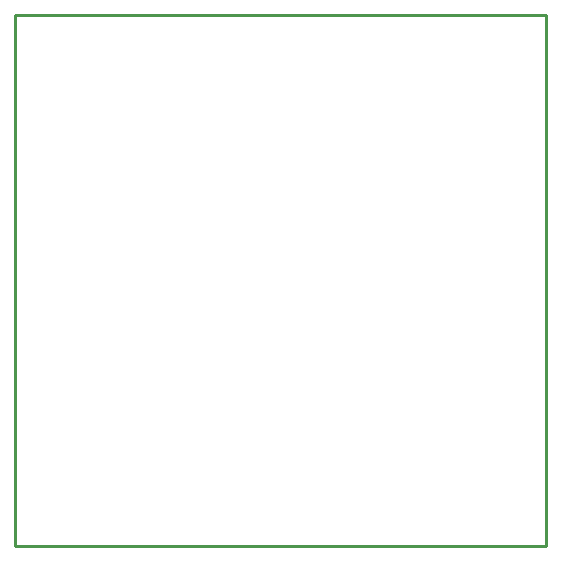
<source format=gbr>
G04 EAGLE Gerber RS-274X export*
G75*
%MOMM*%
%FSLAX34Y34*%
%LPD*%
%IN*%
%IPPOS*%
%AMOC8*
5,1,8,0,0,1.08239X$1,22.5*%
G01*
%ADD10C,0.254000*%


D10*
X0Y0D02*
X450000Y0D01*
X450000Y450000D01*
X0Y450000D01*
X0Y0D01*
M02*

</source>
